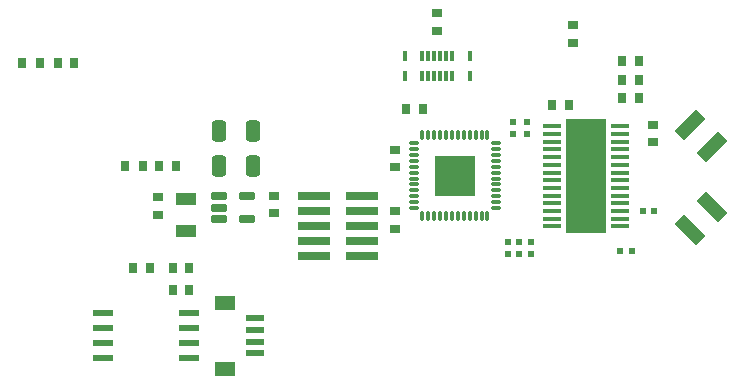
<source format=gtp>
G04*
G04 #@! TF.GenerationSoftware,Altium Limited,CircuitStudio,1.5.2 (30)*
G04*
G04 Layer_Color=7318015*
%FSLAX25Y25*%
%MOIN*%
G70*
G01*
G75*
%ADD12R,0.10866X0.02559*%
%ADD13R,0.03150X0.03543*%
G04:AMPARAMS|DCode=14|XSize=67.72mil|YSize=23.23mil|CornerRadius=2.9mil|HoleSize=0mil|Usage=FLASHONLY|Rotation=0.000|XOffset=0mil|YOffset=0mil|HoleType=Round|Shape=RoundedRectangle|*
%AMROUNDEDRECTD14*
21,1,0.06772,0.01742,0,0,0.0*
21,1,0.06191,0.02323,0,0,0.0*
1,1,0.00581,0.03096,-0.00871*
1,1,0.00581,-0.03096,-0.00871*
1,1,0.00581,-0.03096,0.00871*
1,1,0.00581,0.03096,0.00871*
%
%ADD14ROUNDEDRECTD14*%
%ADD15R,0.01181X0.03425*%
%ADD16R,0.02756X0.03543*%
G04:AMPARAMS|DCode=17|XSize=102.36mil|YSize=43.31mil|CornerRadius=0mil|HoleSize=0mil|Usage=FLASHONLY|Rotation=315.000|XOffset=0mil|YOffset=0mil|HoleType=Round|Shape=Rectangle|*
%AMROTATEDRECTD17*
4,1,4,-0.05150,0.02088,-0.02088,0.05150,0.05150,-0.02088,0.02088,-0.05150,-0.05150,0.02088,0.0*
%
%ADD17ROTATEDRECTD17*%

G04:AMPARAMS|DCode=18|XSize=102.36mil|YSize=43.31mil|CornerRadius=0mil|HoleSize=0mil|Usage=FLASHONLY|Rotation=225.000|XOffset=0mil|YOffset=0mil|HoleType=Round|Shape=Rectangle|*
%AMROTATEDRECTD18*
4,1,4,0.02088,0.05150,0.05150,0.02088,-0.02088,-0.05150,-0.05150,-0.02088,0.02088,0.05150,0.0*
%
%ADD18ROTATEDRECTD18*%

%ADD19R,0.13386X0.38189*%
%ADD20R,0.06181X0.01614*%
%ADD21R,0.01969X0.02362*%
%ADD22R,0.03543X0.02756*%
%ADD23R,0.03543X0.03150*%
G04:AMPARAMS|DCode=24|XSize=71.65mil|YSize=48.82mil|CornerRadius=12.21mil|HoleSize=0mil|Usage=FLASHONLY|Rotation=90.000|XOffset=0mil|YOffset=0mil|HoleType=Round|Shape=RoundedRectangle|*
%AMROUNDEDRECTD24*
21,1,0.07165,0.02441,0,0,90.0*
21,1,0.04724,0.04882,0,0,90.0*
1,1,0.02441,0.01221,0.02362*
1,1,0.02441,0.01221,-0.02362*
1,1,0.02441,-0.01221,-0.02362*
1,1,0.02441,-0.01221,0.02362*
%
%ADD24ROUNDEDRECTD24*%
%ADD25R,0.06693X0.04331*%
%ADD26R,0.13780X0.13780*%
G04:AMPARAMS|DCode=27|XSize=31.89mil|YSize=10.24mil|CornerRadius=1.28mil|HoleSize=0mil|Usage=FLASHONLY|Rotation=90.000|XOffset=0mil|YOffset=0mil|HoleType=Round|Shape=RoundedRectangle|*
%AMROUNDEDRECTD27*
21,1,0.03189,0.00768,0,0,90.0*
21,1,0.02933,0.01024,0,0,90.0*
1,1,0.00256,0.00384,0.01467*
1,1,0.00256,0.00384,-0.01467*
1,1,0.00256,-0.00384,-0.01467*
1,1,0.00256,-0.00384,0.01467*
%
%ADD27ROUNDEDRECTD27*%
G04:AMPARAMS|DCode=28|XSize=10.24mil|YSize=31.89mil|CornerRadius=1.28mil|HoleSize=0mil|Usage=FLASHONLY|Rotation=90.000|XOffset=0mil|YOffset=0mil|HoleType=Round|Shape=RoundedRectangle|*
%AMROUNDEDRECTD28*
21,1,0.01024,0.02933,0,0,90.0*
21,1,0.00768,0.03189,0,0,90.0*
1,1,0.00256,0.01467,0.00384*
1,1,0.00256,0.01467,-0.00384*
1,1,0.00256,-0.01467,-0.00384*
1,1,0.00256,-0.01467,0.00384*
%
%ADD28ROUNDEDRECTD28*%
G04:AMPARAMS|DCode=29|XSize=23.62mil|YSize=53.15mil|CornerRadius=1.77mil|HoleSize=0mil|Usage=FLASHONLY|Rotation=270.000|XOffset=0mil|YOffset=0mil|HoleType=Round|Shape=RoundedRectangle|*
%AMROUNDEDRECTD29*
21,1,0.02362,0.04961,0,0,270.0*
21,1,0.02008,0.05315,0,0,270.0*
1,1,0.00354,-0.02480,-0.01004*
1,1,0.00354,-0.02480,0.01004*
1,1,0.00354,0.02480,0.01004*
1,1,0.00354,0.02480,-0.01004*
%
%ADD29ROUNDEDRECTD29*%
%ADD30R,0.02362X0.01969*%
%ADD31R,0.07087X0.04724*%
%ADD32R,0.06102X0.02362*%
G36*
X353500Y466846D02*
X349047D01*
Y471299D01*
X353500D01*
Y466846D01*
D02*
G37*
G36*
X344953D02*
X340500D01*
Y471299D01*
X344953D01*
Y466846D01*
D02*
G37*
G36*
X393751Y468002D02*
X387649D01*
Y478198D01*
X393751D01*
Y468002D01*
D02*
G37*
G36*
X353500Y475393D02*
X349047D01*
Y479846D01*
X353500D01*
Y475393D01*
D02*
G37*
G36*
X344953D02*
X340500D01*
Y479846D01*
X344953D01*
Y475393D01*
D02*
G37*
D12*
X315953Y446456D02*
D03*
Y451456D02*
D03*
Y456456D02*
D03*
Y461456D02*
D03*
Y466456D02*
D03*
X300047Y446456D02*
D03*
Y451456D02*
D03*
Y456456D02*
D03*
Y461456D02*
D03*
Y466456D02*
D03*
D13*
X252944Y435100D02*
D03*
X258456D02*
D03*
X379401Y497000D02*
D03*
X384913D02*
D03*
X253878Y476702D02*
D03*
X248366D02*
D03*
X220156Y510800D02*
D03*
X214644D02*
D03*
X258456Y442700D02*
D03*
X252944D02*
D03*
D14*
X258252Y427500D02*
D03*
Y422500D02*
D03*
Y417500D02*
D03*
Y412500D02*
D03*
X229748D02*
D03*
Y417500D02*
D03*
Y422500D02*
D03*
Y427500D02*
D03*
D15*
X346021Y506494D02*
D03*
X344053D02*
D03*
X336179D02*
D03*
X338147D02*
D03*
X342084D02*
D03*
X340116D02*
D03*
X351927D02*
D03*
X330273D02*
D03*
X346021Y513306D02*
D03*
X344053D02*
D03*
X336179D02*
D03*
X338147D02*
D03*
X342084D02*
D03*
X340116D02*
D03*
X351927D02*
D03*
X330273D02*
D03*
D16*
X402547Y511500D02*
D03*
X408453D02*
D03*
X408453Y505346D02*
D03*
X402547D02*
D03*
X402547Y499346D02*
D03*
X408453D02*
D03*
X330547Y495500D02*
D03*
X336453D02*
D03*
X236947Y476702D02*
D03*
X242853D02*
D03*
X202647Y510800D02*
D03*
X208553D02*
D03*
X239547Y442700D02*
D03*
X245453D02*
D03*
D17*
X432758Y462758D02*
D03*
X425242Y455242D02*
D03*
D18*
X432758Y482742D02*
D03*
X425242Y490258D02*
D03*
D19*
X390700Y473100D02*
D03*
D20*
X379401Y456466D02*
D03*
Y459025D02*
D03*
Y461584D02*
D03*
Y464143D02*
D03*
Y466702D02*
D03*
Y469262D02*
D03*
Y471820D02*
D03*
Y474380D02*
D03*
Y476939D02*
D03*
Y479498D02*
D03*
Y482057D02*
D03*
Y484616D02*
D03*
Y487175D02*
D03*
Y489734D02*
D03*
X401999D02*
D03*
Y487175D02*
D03*
Y484616D02*
D03*
Y482057D02*
D03*
Y479498D02*
D03*
Y476939D02*
D03*
Y474380D02*
D03*
Y471820D02*
D03*
Y469262D02*
D03*
Y466702D02*
D03*
Y464143D02*
D03*
Y461584D02*
D03*
Y459025D02*
D03*
Y456466D02*
D03*
D21*
X371000Y487175D02*
D03*
Y491112D02*
D03*
X366500D02*
D03*
Y487175D02*
D03*
X368450Y451069D02*
D03*
Y447132D02*
D03*
X372200Y451069D02*
D03*
Y447132D02*
D03*
X364700D02*
D03*
Y451069D02*
D03*
D22*
X341100Y527453D02*
D03*
Y521547D02*
D03*
X327000Y455550D02*
D03*
Y461456D02*
D03*
X386500Y517547D02*
D03*
Y523453D02*
D03*
X247901Y460322D02*
D03*
Y466227D02*
D03*
D23*
X327000Y476299D02*
D03*
Y481811D02*
D03*
X286700Y460944D02*
D03*
Y466456D02*
D03*
X413000Y484616D02*
D03*
Y490128D02*
D03*
D24*
X268200Y476702D02*
D03*
X279538D02*
D03*
X268200Y488346D02*
D03*
X279538D02*
D03*
D25*
X257401Y454810D02*
D03*
Y465440D02*
D03*
D26*
X347000Y473346D02*
D03*
D27*
X336173Y486929D02*
D03*
X338142D02*
D03*
X340110D02*
D03*
X342079D02*
D03*
X344047D02*
D03*
X346016D02*
D03*
X347984D02*
D03*
X349953D02*
D03*
X351921D02*
D03*
X353890D02*
D03*
X355858D02*
D03*
X357827D02*
D03*
Y459763D02*
D03*
X355858D02*
D03*
X353890D02*
D03*
X351921D02*
D03*
X349953D02*
D03*
X347984D02*
D03*
X346016D02*
D03*
X344047D02*
D03*
X342079D02*
D03*
X340110D02*
D03*
X338142D02*
D03*
X336173D02*
D03*
D28*
X333417Y462519D02*
D03*
Y464488D02*
D03*
Y466456D02*
D03*
Y468425D02*
D03*
Y470393D02*
D03*
Y472362D02*
D03*
Y474330D02*
D03*
Y476299D02*
D03*
Y478267D02*
D03*
Y480236D02*
D03*
Y482204D02*
D03*
Y484173D02*
D03*
X360583D02*
D03*
Y482204D02*
D03*
Y480236D02*
D03*
Y478267D02*
D03*
Y476299D02*
D03*
Y474330D02*
D03*
Y472362D02*
D03*
Y470393D02*
D03*
Y468425D02*
D03*
Y466456D02*
D03*
Y464488D02*
D03*
Y462519D02*
D03*
D29*
X277530Y466424D02*
D03*
Y458944D02*
D03*
X268200D02*
D03*
Y462684D02*
D03*
Y466424D02*
D03*
D30*
X405936Y448154D02*
D03*
X401999D02*
D03*
X409531Y461500D02*
D03*
X413469D02*
D03*
D31*
X270276Y431024D02*
D03*
Y408976D02*
D03*
D32*
X280217Y425906D02*
D03*
Y421969D02*
D03*
Y418031D02*
D03*
Y414094D02*
D03*
M02*

</source>
